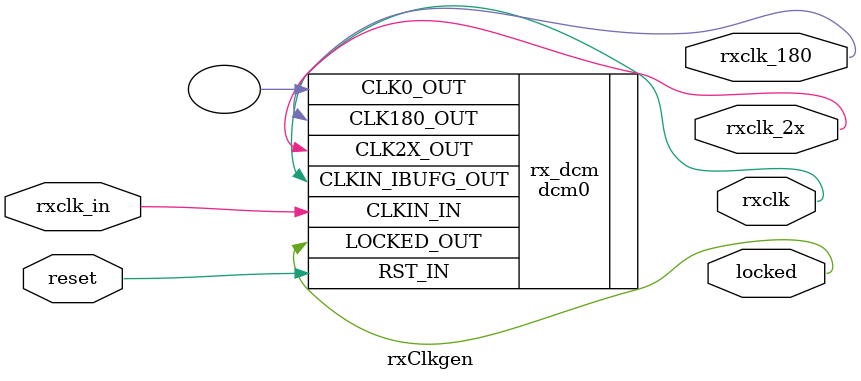
<source format=v>
`timescale 1ns / 1ps
module rxClkgen(rxclk_in, reset, rxclk, rxclk_180, rxclk_2x, locked);
    input rxclk_in;
    input reset;
	 output rxclk;
    output rxclk_180;
	 output rxclk_2x;
	 output locked;

	 dcm0 rx_dcm(.CLKIN_IN(rxclk_in), 
                .RST_IN(reset), 
                .CLKIN_IBUFG_OUT(rxclk), 
                .CLK0_OUT(), 	
					 .CLK2X_OUT(rxclk_2x), 
                .CLK180_OUT(rxclk_180), 
                .LOCKED_OUT(locked)
					 );

endmodule

</source>
